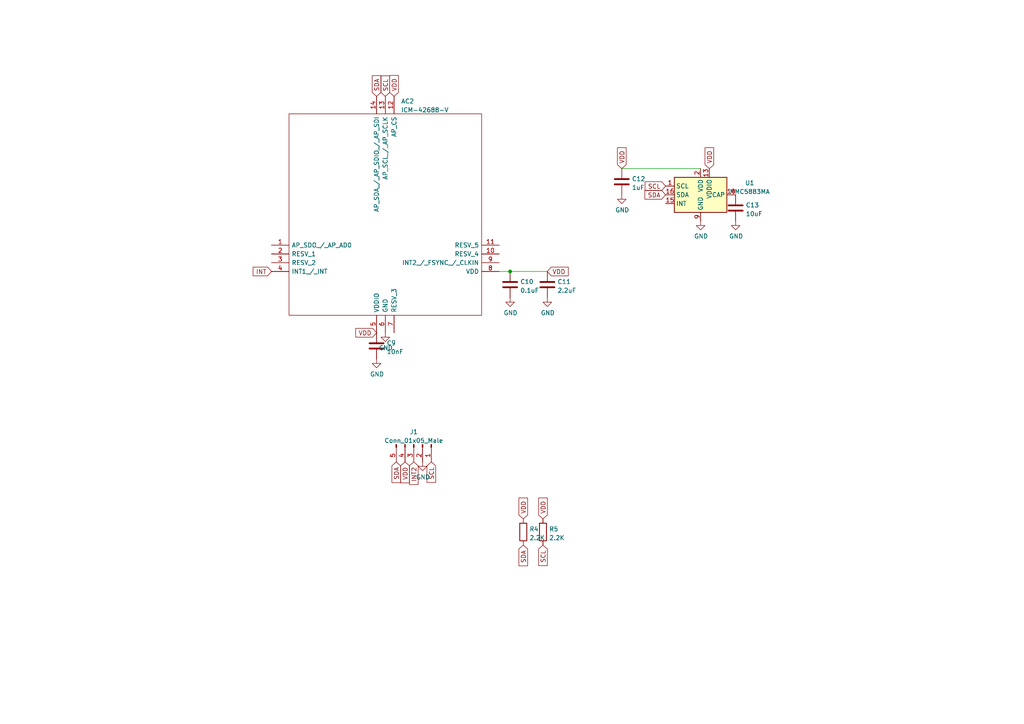
<source format=kicad_sch>
(kicad_sch (version 20211123) (generator eeschema)

  (uuid e63e39d7-6ac0-4ffd-8aa3-1841a4541b55)

  (paper "A4")

  (lib_symbols
    (symbol "Connector:Conn_01x05_Male" (pin_names (offset 1.016) hide) (in_bom yes) (on_board yes)
      (property "Reference" "J" (id 0) (at 0 7.62 0)
        (effects (font (size 1.27 1.27)))
      )
      (property "Value" "Conn_01x05_Male" (id 1) (at 0 -7.62 0)
        (effects (font (size 1.27 1.27)))
      )
      (property "Footprint" "" (id 2) (at 0 0 0)
        (effects (font (size 1.27 1.27)) hide)
      )
      (property "Datasheet" "~" (id 3) (at 0 0 0)
        (effects (font (size 1.27 1.27)) hide)
      )
      (property "ki_keywords" "connector" (id 4) (at 0 0 0)
        (effects (font (size 1.27 1.27)) hide)
      )
      (property "ki_description" "Generic connector, single row, 01x05, script generated (kicad-library-utils/schlib/autogen/connector/)" (id 5) (at 0 0 0)
        (effects (font (size 1.27 1.27)) hide)
      )
      (property "ki_fp_filters" "Connector*:*_1x??_*" (id 6) (at 0 0 0)
        (effects (font (size 1.27 1.27)) hide)
      )
      (symbol "Conn_01x05_Male_1_1"
        (polyline
          (pts
            (xy 1.27 -5.08)
            (xy 0.8636 -5.08)
          )
          (stroke (width 0.1524) (type default) (color 0 0 0 0))
          (fill (type none))
        )
        (polyline
          (pts
            (xy 1.27 -2.54)
            (xy 0.8636 -2.54)
          )
          (stroke (width 0.1524) (type default) (color 0 0 0 0))
          (fill (type none))
        )
        (polyline
          (pts
            (xy 1.27 0)
            (xy 0.8636 0)
          )
          (stroke (width 0.1524) (type default) (color 0 0 0 0))
          (fill (type none))
        )
        (polyline
          (pts
            (xy 1.27 2.54)
            (xy 0.8636 2.54)
          )
          (stroke (width 0.1524) (type default) (color 0 0 0 0))
          (fill (type none))
        )
        (polyline
          (pts
            (xy 1.27 5.08)
            (xy 0.8636 5.08)
          )
          (stroke (width 0.1524) (type default) (color 0 0 0 0))
          (fill (type none))
        )
        (rectangle (start 0.8636 -4.953) (end 0 -5.207)
          (stroke (width 0.1524) (type default) (color 0 0 0 0))
          (fill (type outline))
        )
        (rectangle (start 0.8636 -2.413) (end 0 -2.667)
          (stroke (width 0.1524) (type default) (color 0 0 0 0))
          (fill (type outline))
        )
        (rectangle (start 0.8636 0.127) (end 0 -0.127)
          (stroke (width 0.1524) (type default) (color 0 0 0 0))
          (fill (type outline))
        )
        (rectangle (start 0.8636 2.667) (end 0 2.413)
          (stroke (width 0.1524) (type default) (color 0 0 0 0))
          (fill (type outline))
        )
        (rectangle (start 0.8636 5.207) (end 0 4.953)
          (stroke (width 0.1524) (type default) (color 0 0 0 0))
          (fill (type outline))
        )
        (pin passive line (at 5.08 5.08 180) (length 3.81)
          (name "Pin_1" (effects (font (size 1.27 1.27))))
          (number "1" (effects (font (size 1.27 1.27))))
        )
        (pin passive line (at 5.08 2.54 180) (length 3.81)
          (name "Pin_2" (effects (font (size 1.27 1.27))))
          (number "2" (effects (font (size 1.27 1.27))))
        )
        (pin passive line (at 5.08 0 180) (length 3.81)
          (name "Pin_3" (effects (font (size 1.27 1.27))))
          (number "3" (effects (font (size 1.27 1.27))))
        )
        (pin passive line (at 5.08 -2.54 180) (length 3.81)
          (name "Pin_4" (effects (font (size 1.27 1.27))))
          (number "4" (effects (font (size 1.27 1.27))))
        )
        (pin passive line (at 5.08 -5.08 180) (length 3.81)
          (name "Pin_5" (effects (font (size 1.27 1.27))))
          (number "5" (effects (font (size 1.27 1.27))))
        )
      )
    )
    (symbol "Device:C" (pin_numbers hide) (pin_names (offset 0.254)) (in_bom yes) (on_board yes)
      (property "Reference" "C" (id 0) (at 0.635 2.54 0)
        (effects (font (size 1.27 1.27)) (justify left))
      )
      (property "Value" "C" (id 1) (at 0.635 -2.54 0)
        (effects (font (size 1.27 1.27)) (justify left))
      )
      (property "Footprint" "" (id 2) (at 0.9652 -3.81 0)
        (effects (font (size 1.27 1.27)) hide)
      )
      (property "Datasheet" "~" (id 3) (at 0 0 0)
        (effects (font (size 1.27 1.27)) hide)
      )
      (property "ki_keywords" "cap capacitor" (id 4) (at 0 0 0)
        (effects (font (size 1.27 1.27)) hide)
      )
      (property "ki_description" "Unpolarized capacitor" (id 5) (at 0 0 0)
        (effects (font (size 1.27 1.27)) hide)
      )
      (property "ki_fp_filters" "C_*" (id 6) (at 0 0 0)
        (effects (font (size 1.27 1.27)) hide)
      )
      (symbol "C_0_1"
        (polyline
          (pts
            (xy -2.032 -0.762)
            (xy 2.032 -0.762)
          )
          (stroke (width 0.508) (type default) (color 0 0 0 0))
          (fill (type none))
        )
        (polyline
          (pts
            (xy -2.032 0.762)
            (xy 2.032 0.762)
          )
          (stroke (width 0.508) (type default) (color 0 0 0 0))
          (fill (type none))
        )
      )
      (symbol "C_1_1"
        (pin passive line (at 0 3.81 270) (length 2.794)
          (name "~" (effects (font (size 1.27 1.27))))
          (number "1" (effects (font (size 1.27 1.27))))
        )
        (pin passive line (at 0 -3.81 90) (length 2.794)
          (name "~" (effects (font (size 1.27 1.27))))
          (number "2" (effects (font (size 1.27 1.27))))
        )
      )
    )
    (symbol "Device:R" (pin_numbers hide) (pin_names (offset 0)) (in_bom yes) (on_board yes)
      (property "Reference" "R" (id 0) (at 2.032 0 90)
        (effects (font (size 1.27 1.27)))
      )
      (property "Value" "R" (id 1) (at 0 0 90)
        (effects (font (size 1.27 1.27)))
      )
      (property "Footprint" "" (id 2) (at -1.778 0 90)
        (effects (font (size 1.27 1.27)) hide)
      )
      (property "Datasheet" "~" (id 3) (at 0 0 0)
        (effects (font (size 1.27 1.27)) hide)
      )
      (property "ki_keywords" "R res resistor" (id 4) (at 0 0 0)
        (effects (font (size 1.27 1.27)) hide)
      )
      (property "ki_description" "Resistor" (id 5) (at 0 0 0)
        (effects (font (size 1.27 1.27)) hide)
      )
      (property "ki_fp_filters" "R_*" (id 6) (at 0 0 0)
        (effects (font (size 1.27 1.27)) hide)
      )
      (symbol "R_0_1"
        (rectangle (start -1.016 -2.54) (end 1.016 2.54)
          (stroke (width 0.254) (type default) (color 0 0 0 0))
          (fill (type none))
        )
      )
      (symbol "R_1_1"
        (pin passive line (at 0 3.81 270) (length 1.27)
          (name "~" (effects (font (size 1.27 1.27))))
          (number "1" (effects (font (size 1.27 1.27))))
        )
        (pin passive line (at 0 -3.81 90) (length 1.27)
          (name "~" (effects (font (size 1.27 1.27))))
          (number "2" (effects (font (size 1.27 1.27))))
        )
      )
    )
    (symbol "SamacSys_Parts:ICM-42688-V" (pin_names (offset 0.762)) (in_bom yes) (on_board yes)
      (property "Reference" "AC" (id 0) (at 62.23 43.18 0)
        (effects (font (size 1.27 1.27)) (justify left))
      )
      (property "Value" "ICM-42688-V" (id 1) (at 62.23 40.64 0)
        (effects (font (size 1.27 1.27)) (justify left))
      )
      (property "Footprint" "IIM42352" (id 2) (at 62.23 38.1 0)
        (effects (font (size 1.27 1.27)) (justify left) hide)
      )
      (property "Datasheet" "https://3cfeqx1hf82y3xcoull08ihx-wpengine.netdna-ssl.com/wp-content/uploads/2021/04/DS-000439-ICM-42688-V-v1.1.pdf" (id 3) (at 62.23 35.56 0)
        (effects (font (size 1.27 1.27)) (justify left) hide)
      )
      (property "Description" "High Precision 6-Axis MEMS MotionTracking? Device with Advanced Sensor Fusion Library" (id 4) (at 62.23 33.02 0)
        (effects (font (size 1.27 1.27)) (justify left) hide)
      )
      (property "Height" "" (id 5) (at 62.23 30.48 0)
        (effects (font (size 1.27 1.27)) (justify left) hide)
      )
      (property "Mouser Part Number" "410-ICM-42688-V" (id 6) (at 62.23 27.94 0)
        (effects (font (size 1.27 1.27)) (justify left) hide)
      )
      (property "Mouser Price/Stock" "https://www.mouser.co.uk/ProductDetail/TDK-InvenSense/ICM-42688-V?qs=iLbezkQI%252Bsj8X%2F1CCh43jQ%3D%3D" (id 7) (at 62.23 25.4 0)
        (effects (font (size 1.27 1.27)) (justify left) hide)
      )
      (property "Manufacturer_Name" "TDK" (id 8) (at 62.23 22.86 0)
        (effects (font (size 1.27 1.27)) (justify left) hide)
      )
      (property "Manufacturer_Part_Number" "ICM-42688-V" (id 9) (at 62.23 20.32 0)
        (effects (font (size 1.27 1.27)) (justify left) hide)
      )
      (property "ki_description" "High Precision 6-Axis MEMS MotionTracking? Device with Advanced Sensor Fusion Library" (id 10) (at 0 0 0)
        (effects (font (size 1.27 1.27)) hide)
      )
      (symbol "ICM-42688-V_0_0"
        (pin passive line (at 0 0 0) (length 5.08)
          (name "AP_SDO_/_AP_AD0" (effects (font (size 1.27 1.27))))
          (number "1" (effects (font (size 1.27 1.27))))
        )
        (pin passive line (at 66.04 -2.54 180) (length 5.08)
          (name "RESV_4" (effects (font (size 1.27 1.27))))
          (number "10" (effects (font (size 1.27 1.27))))
        )
        (pin passive line (at 66.04 0 180) (length 5.08)
          (name "RESV_5" (effects (font (size 1.27 1.27))))
          (number "11" (effects (font (size 1.27 1.27))))
        )
        (pin passive line (at 35.56 43.18 270) (length 5.08)
          (name "AP_CS" (effects (font (size 1.27 1.27))))
          (number "12" (effects (font (size 1.27 1.27))))
        )
        (pin passive line (at 33.02 43.18 270) (length 5.08)
          (name "AP_SCL_/_AP_SCLK" (effects (font (size 1.27 1.27))))
          (number "13" (effects (font (size 1.27 1.27))))
        )
        (pin passive line (at 30.48 43.18 270) (length 5.08)
          (name "AP_SDA_/_AP_SDIO_/_AP_SDI" (effects (font (size 1.27 1.27))))
          (number "14" (effects (font (size 1.27 1.27))))
        )
        (pin passive line (at 0 -2.54 0) (length 5.08)
          (name "RESV_1" (effects (font (size 1.27 1.27))))
          (number "2" (effects (font (size 1.27 1.27))))
        )
        (pin passive line (at 0 -5.08 0) (length 5.08)
          (name "RESV_2" (effects (font (size 1.27 1.27))))
          (number "3" (effects (font (size 1.27 1.27))))
        )
        (pin passive line (at 0 -7.62 0) (length 5.08)
          (name "INT1_/_INT" (effects (font (size 1.27 1.27))))
          (number "4" (effects (font (size 1.27 1.27))))
        )
        (pin passive line (at 30.48 -25.4 90) (length 5.08)
          (name "VDDIO" (effects (font (size 1.27 1.27))))
          (number "5" (effects (font (size 1.27 1.27))))
        )
        (pin passive line (at 33.02 -25.4 90) (length 5.08)
          (name "GND" (effects (font (size 1.27 1.27))))
          (number "6" (effects (font (size 1.27 1.27))))
        )
        (pin passive line (at 35.56 -25.4 90) (length 5.08)
          (name "RESV_3" (effects (font (size 1.27 1.27))))
          (number "7" (effects (font (size 1.27 1.27))))
        )
        (pin passive line (at 66.04 -7.62 180) (length 5.08)
          (name "VDD" (effects (font (size 1.27 1.27))))
          (number "8" (effects (font (size 1.27 1.27))))
        )
        (pin passive line (at 66.04 -5.08 180) (length 5.08)
          (name "INT2_/_FSYNC_/_CLKIN" (effects (font (size 1.27 1.27))))
          (number "9" (effects (font (size 1.27 1.27))))
        )
      )
      (symbol "ICM-42688-V_0_1"
        (polyline
          (pts
            (xy 5.08 38.1)
            (xy 60.96 38.1)
            (xy 60.96 -20.32)
            (xy 5.08 -20.32)
            (xy 5.08 38.1)
          )
          (stroke (width 0.1524) (type default) (color 0 0 0 0))
          (fill (type none))
        )
      )
    )
    (symbol "Sensor_Magnetic:MMC5883MA" (in_bom yes) (on_board yes)
      (property "Reference" "U" (id 0) (at -7.62 7.62 0)
        (effects (font (size 1.27 1.27)) (justify left top))
      )
      (property "Value" "MMC5883MA" (id 1) (at 5.08 7.62 0)
        (effects (font (size 1.27 1.27)) (justify left top))
      )
      (property "Footprint" "Package_LGA:LGA-16_3x3mm_P0.5mm" (id 2) (at 0 -17.78 0)
        (effects (font (size 1.27 1.27)) hide)
      )
      (property "Datasheet" "http://www.memsic.com/userfiles/files/DataSheets/Magnetic-Sensors-Datasheets/MMC5883MA-RevC.pdf" (id 3) (at -2.54 0 0)
        (effects (font (size 1.27 1.27)) hide)
      )
      (property "ki_keywords" "I2C magnetic 3-axis sensor" (id 4) (at 0 0 0)
        (effects (font (size 1.27 1.27)) hide)
      )
      (property "ki_description" "3-axis Magnetic Sensor, I2C Interface, LGA-16" (id 5) (at 0 0 0)
        (effects (font (size 1.27 1.27)) hide)
      )
      (property "ki_fp_filters" "*LGA*3x3mm*P0.5mm*" (id 6) (at 0 0 0)
        (effects (font (size 1.27 1.27)) hide)
      )
      (symbol "MMC5883MA_0_1"
        (rectangle (start -7.62 -5.08) (end 7.62 5.08)
          (stroke (width 0.254) (type default) (color 0 0 0 0))
          (fill (type background))
        )
      )
      (symbol "MMC5883MA_1_1"
        (pin input line (at -10.16 2.54 0) (length 2.54)
          (name "SCL" (effects (font (size 1.27 1.27))))
          (number "1" (effects (font (size 1.27 1.27))))
        )
        (pin passive line (at 10.16 0 180) (length 2.54)
          (name "CAP" (effects (font (size 1.27 1.27))))
          (number "10" (effects (font (size 1.27 1.27))))
        )
        (pin passive line (at 0 -7.62 90) (length 2.54) hide
          (name "GND" (effects (font (size 1.27 1.27))))
          (number "11" (effects (font (size 1.27 1.27))))
        )
        (pin no_connect line (at 5.08 -5.08 90) (length 2.54) hide
          (name "NC" (effects (font (size 1.27 1.27))))
          (number "12" (effects (font (size 1.27 1.27))))
        )
        (pin power_in line (at 2.54 7.62 270) (length 2.54)
          (name "VDDIO" (effects (font (size 1.27 1.27))))
          (number "13" (effects (font (size 1.27 1.27))))
        )
        (pin no_connect line (at -2.54 -5.08 90) (length 2.54) hide
          (name "NC" (effects (font (size 1.27 1.27))))
          (number "14" (effects (font (size 1.27 1.27))))
        )
        (pin output line (at -10.16 -2.54 0) (length 2.54)
          (name "INT" (effects (font (size 1.27 1.27))))
          (number "15" (effects (font (size 1.27 1.27))))
        )
        (pin bidirectional line (at -10.16 0 0) (length 2.54)
          (name "SDA" (effects (font (size 1.27 1.27))))
          (number "16" (effects (font (size 1.27 1.27))))
        )
        (pin power_in line (at 0 7.62 270) (length 2.54)
          (name "VDD" (effects (font (size 1.27 1.27))))
          (number "2" (effects (font (size 1.27 1.27))))
        )
        (pin no_connect line (at 7.62 -5.08 180) (length 2.54) hide
          (name "NC" (effects (font (size 1.27 1.27))))
          (number "3" (effects (font (size 1.27 1.27))))
        )
        (pin no_connect line (at 7.62 2.54 180) (length 2.54) hide
          (name "NC" (effects (font (size 1.27 1.27))))
          (number "4" (effects (font (size 1.27 1.27))))
        )
        (pin no_connect line (at 7.62 5.08 180) (length 2.54) hide
          (name "NC" (effects (font (size 1.27 1.27))))
          (number "5" (effects (font (size 1.27 1.27))))
        )
        (pin no_connect line (at 7.62 -2.54 180) (length 2.54) hide
          (name "NC" (effects (font (size 1.27 1.27))))
          (number "6" (effects (font (size 1.27 1.27))))
        )
        (pin no_connect line (at -5.08 -5.08 90) (length 2.54) hide
          (name "NC" (effects (font (size 1.27 1.27))))
          (number "7" (effects (font (size 1.27 1.27))))
        )
        (pin no_connect line (at 2.54 -5.08 90) (length 2.54) hide
          (name "NC" (effects (font (size 1.27 1.27))))
          (number "8" (effects (font (size 1.27 1.27))))
        )
        (pin power_in line (at 0 -7.62 90) (length 2.54)
          (name "GND" (effects (font (size 1.27 1.27))))
          (number "9" (effects (font (size 1.27 1.27))))
        )
      )
    )
    (symbol "power:GND" (power) (pin_names (offset 0)) (in_bom yes) (on_board yes)
      (property "Reference" "#PWR" (id 0) (at 0 -6.35 0)
        (effects (font (size 1.27 1.27)) hide)
      )
      (property "Value" "GND" (id 1) (at 0 -3.81 0)
        (effects (font (size 1.27 1.27)))
      )
      (property "Footprint" "" (id 2) (at 0 0 0)
        (effects (font (size 1.27 1.27)) hide)
      )
      (property "Datasheet" "" (id 3) (at 0 0 0)
        (effects (font (size 1.27 1.27)) hide)
      )
      (property "ki_keywords" "power-flag" (id 4) (at 0 0 0)
        (effects (font (size 1.27 1.27)) hide)
      )
      (property "ki_description" "Power symbol creates a global label with name \"GND\" , ground" (id 5) (at 0 0 0)
        (effects (font (size 1.27 1.27)) hide)
      )
      (symbol "GND_0_1"
        (polyline
          (pts
            (xy 0 0)
            (xy 0 -1.27)
            (xy 1.27 -1.27)
            (xy 0 -2.54)
            (xy -1.27 -1.27)
            (xy 0 -1.27)
          )
          (stroke (width 0) (type default) (color 0 0 0 0))
          (fill (type none))
        )
      )
      (symbol "GND_1_1"
        (pin power_in line (at 0 0 270) (length 0) hide
          (name "GND" (effects (font (size 1.27 1.27))))
          (number "1" (effects (font (size 1.27 1.27))))
        )
      )
    )
  )

  (junction (at 147.955 78.74) (diameter 0) (color 0 0 0 0)
    (uuid 41081520-67e0-49de-be21-675d3fc00984)
  )

  (wire (pts (xy 203.2 48.895) (xy 180.34 48.895))
    (stroke (width 0) (type default) (color 0 0 0 0))
    (uuid 2c8ca48d-a1e4-4785-a838-698f5f543d65)
  )
  (wire (pts (xy 158.75 78.74) (xy 147.955 78.74))
    (stroke (width 0) (type default) (color 0 0 0 0))
    (uuid a714db5d-6649-4ebf-ba62-3c5fde9172b8)
  )
  (wire (pts (xy 144.78 78.74) (xy 147.955 78.74))
    (stroke (width 0) (type default) (color 0 0 0 0))
    (uuid da8f90b6-eef1-43f0-8114-0cc2ff10fdf8)
  )

  (global_label "SDA" (shape input) (at 151.765 158.115 270) (fields_autoplaced)
    (effects (font (size 1.27 1.27)) (justify right))
    (uuid 11c254fa-831e-4844-8d67-66e9b37c122b)
    (property "Intersheet References" "${INTERSHEET_REFS}" (id 0) (at 151.8444 164.0962 90)
      (effects (font (size 1.27 1.27)) (justify right) hide)
    )
  )
  (global_label "SDA" (shape input) (at 193.04 56.515 180) (fields_autoplaced)
    (effects (font (size 1.27 1.27)) (justify right))
    (uuid 1af93a30-e96e-4701-9b61-9eb855ec2dee)
    (property "Intersheet References" "${INTERSHEET_REFS}" (id 0) (at 187.0588 56.5944 0)
      (effects (font (size 1.27 1.27)) (justify right) hide)
    )
  )
  (global_label "SCL" (shape input) (at 125.095 133.985 270) (fields_autoplaced)
    (effects (font (size 1.27 1.27)) (justify right))
    (uuid 3e9f4745-1914-406d-a44d-af42593ee0e6)
    (property "Intersheet References" "${INTERSHEET_REFS}" (id 0) (at 125.1744 139.9057 90)
      (effects (font (size 1.27 1.27)) (justify right) hide)
    )
  )
  (global_label "SDA" (shape input) (at 114.935 133.985 270) (fields_autoplaced)
    (effects (font (size 1.27 1.27)) (justify right))
    (uuid 4124129b-0876-4c71-8f96-a725b4e5c629)
    (property "Intersheet References" "${INTERSHEET_REFS}" (id 0) (at 115.0144 139.9662 90)
      (effects (font (size 1.27 1.27)) (justify right) hide)
    )
  )
  (global_label "VDD" (shape input) (at 157.48 150.495 90) (fields_autoplaced)
    (effects (font (size 1.27 1.27)) (justify left))
    (uuid 5d8df555-2da7-48bd-ac3e-b38106d615bf)
    (property "Intersheet References" "${INTERSHEET_REFS}" (id 0) (at 157.4006 144.4533 90)
      (effects (font (size 1.27 1.27)) (justify left) hide)
    )
  )
  (global_label "VDD" (shape input) (at 117.475 133.985 270) (fields_autoplaced)
    (effects (font (size 1.27 1.27)) (justify right))
    (uuid 5f147dbc-8839-4259-84a6-550f161d5db4)
    (property "Intersheet References" "${INTERSHEET_REFS}" (id 0) (at 117.5544 140.0267 90)
      (effects (font (size 1.27 1.27)) (justify right) hide)
    )
  )
  (global_label "VDD" (shape input) (at 158.75 78.74 0) (fields_autoplaced)
    (effects (font (size 1.27 1.27)) (justify left))
    (uuid 6036cfde-4a14-4fb1-ac7a-6d3abc65af10)
    (property "Intersheet References" "${INTERSHEET_REFS}" (id 0) (at 164.7917 78.6606 0)
      (effects (font (size 1.27 1.27)) (justify left) hide)
    )
  )
  (global_label "SDA" (shape input) (at 109.22 27.94 90) (fields_autoplaced)
    (effects (font (size 1.27 1.27)) (justify left))
    (uuid 65e17ef3-7831-49a4-8b19-eb943a2b4d57)
    (property "Intersheet References" "${INTERSHEET_REFS}" (id 0) (at 109.1406 21.9588 90)
      (effects (font (size 1.27 1.27)) (justify left) hide)
    )
  )
  (global_label "VDD" (shape input) (at 109.22 96.52 180) (fields_autoplaced)
    (effects (font (size 1.27 1.27)) (justify right))
    (uuid 6c149644-9b56-4891-8fa8-70b13e36a56e)
    (property "Intersheet References" "${INTERSHEET_REFS}" (id 0) (at 103.1783 96.5994 0)
      (effects (font (size 1.27 1.27)) (justify right) hide)
    )
  )
  (global_label "VDD" (shape input) (at 114.3 27.94 90) (fields_autoplaced)
    (effects (font (size 1.27 1.27)) (justify left))
    (uuid 7b1970a3-cd02-4c0d-b9c0-94a758a05a14)
    (property "Intersheet References" "${INTERSHEET_REFS}" (id 0) (at 114.2206 21.8983 90)
      (effects (font (size 1.27 1.27)) (justify left) hide)
    )
  )
  (global_label "VDD" (shape input) (at 180.34 48.895 90) (fields_autoplaced)
    (effects (font (size 1.27 1.27)) (justify left))
    (uuid a423a06e-9184-4d10-a635-047da5382dc6)
    (property "Intersheet References" "${INTERSHEET_REFS}" (id 0) (at 180.2606 42.8533 90)
      (effects (font (size 1.27 1.27)) (justify left) hide)
    )
  )
  (global_label "VDD" (shape input) (at 205.74 48.895 90) (fields_autoplaced)
    (effects (font (size 1.27 1.27)) (justify left))
    (uuid a9de91f0-bfe7-47cc-871f-a1169d0c8618)
    (property "Intersheet References" "${INTERSHEET_REFS}" (id 0) (at 205.6606 42.8533 90)
      (effects (font (size 1.27 1.27)) (justify left) hide)
    )
  )
  (global_label "INT" (shape input) (at 78.74 78.74 180) (fields_autoplaced)
    (effects (font (size 1.27 1.27)) (justify right))
    (uuid c31de2e1-3f0e-4a2d-8082-a9a20db46120)
    (property "Intersheet References" "${INTERSHEET_REFS}" (id 0) (at 73.424 78.6606 0)
      (effects (font (size 1.27 1.27)) (justify right) hide)
    )
  )
  (global_label "VDD" (shape input) (at 151.765 150.495 90) (fields_autoplaced)
    (effects (font (size 1.27 1.27)) (justify left))
    (uuid c6d1f3d0-cca1-45f6-816a-22c1e9d22776)
    (property "Intersheet References" "${INTERSHEET_REFS}" (id 0) (at 151.6856 144.4533 90)
      (effects (font (size 1.27 1.27)) (justify left) hide)
    )
  )
  (global_label "SCL" (shape input) (at 111.76 27.94 90) (fields_autoplaced)
    (effects (font (size 1.27 1.27)) (justify left))
    (uuid d3599e18-3479-4d93-8f78-fc9f15acae71)
    (property "Intersheet References" "${INTERSHEET_REFS}" (id 0) (at 111.6806 22.0193 90)
      (effects (font (size 1.27 1.27)) (justify left) hide)
    )
  )
  (global_label "SCL" (shape input) (at 193.04 53.975 180) (fields_autoplaced)
    (effects (font (size 1.27 1.27)) (justify right))
    (uuid e4a92079-85f6-44ad-a811-2498e12a0bfb)
    (property "Intersheet References" "${INTERSHEET_REFS}" (id 0) (at 187.1193 54.0544 0)
      (effects (font (size 1.27 1.27)) (justify right) hide)
    )
  )
  (global_label "SCL" (shape input) (at 157.48 158.115 270) (fields_autoplaced)
    (effects (font (size 1.27 1.27)) (justify right))
    (uuid e7e8315f-5e5b-45b2-9fdc-52e2fbb80a87)
    (property "Intersheet References" "${INTERSHEET_REFS}" (id 0) (at 157.5594 164.0357 90)
      (effects (font (size 1.27 1.27)) (justify right) hide)
    )
  )
  (global_label "INT2" (shape input) (at 120.015 133.985 270) (fields_autoplaced)
    (effects (font (size 1.27 1.27)) (justify right))
    (uuid f63222ce-2c6a-4b60-b441-317ee030bf06)
    (property "Intersheet References" "${INTERSHEET_REFS}" (id 0) (at 119.9356 140.5105 90)
      (effects (font (size 1.27 1.27)) (justify right) hide)
    )
  )

  (symbol (lib_id "power:GND") (at 213.36 64.135 0) (unit 1)
    (in_bom yes) (on_board yes)
    (uuid 18eae03b-d61c-415c-b4d2-a585d179f573)
    (property "Reference" "#PWR0130" (id 0) (at 213.36 70.485 0)
      (effects (font (size 1.27 1.27)) hide)
    )
    (property "Value" "GND" (id 1) (at 213.487 68.5292 0))
    (property "Footprint" "" (id 2) (at 213.36 64.135 0)
      (effects (font (size 1.27 1.27)) hide)
    )
    (property "Datasheet" "" (id 3) (at 213.36 64.135 0)
      (effects (font (size 1.27 1.27)) hide)
    )
    (pin "1" (uuid 80a0c315-f3d8-4303-86dc-8925173c10d6))
  )

  (symbol (lib_id "power:GND") (at 147.955 86.36 0) (unit 1)
    (in_bom yes) (on_board yes)
    (uuid 3101855a-8e6e-40f9-8e57-378c777e272a)
    (property "Reference" "#PWR0131" (id 0) (at 147.955 92.71 0)
      (effects (font (size 1.27 1.27)) hide)
    )
    (property "Value" "GND" (id 1) (at 148.082 90.7542 0))
    (property "Footprint" "" (id 2) (at 147.955 86.36 0)
      (effects (font (size 1.27 1.27)) hide)
    )
    (property "Datasheet" "" (id 3) (at 147.955 86.36 0)
      (effects (font (size 1.27 1.27)) hide)
    )
    (pin "1" (uuid 1c95cacd-6936-48ec-a7c6-aab78eb2eb32))
  )

  (symbol (lib_id "Device:C") (at 147.955 82.55 0) (unit 1)
    (in_bom yes) (on_board yes) (fields_autoplaced)
    (uuid 3fb12ec4-7d62-47f1-ba8f-7989aeba6904)
    (property "Reference" "C10" (id 0) (at 150.876 81.7153 0)
      (effects (font (size 1.27 1.27)) (justify left))
    )
    (property "Value" "0.1uF" (id 1) (at 150.876 84.2522 0)
      (effects (font (size 1.27 1.27)) (justify left))
    )
    (property "Footprint" "Capacitor_SMD:C_0201_0603Metric" (id 2) (at 148.9202 86.36 0)
      (effects (font (size 1.27 1.27)) hide)
    )
    (property "Datasheet" "~" (id 3) (at 147.955 82.55 0)
      (effects (font (size 1.27 1.27)) hide)
    )
    (pin "1" (uuid 32b96d9a-0a5e-42a7-ab3f-5181e8cf124c))
    (pin "2" (uuid 022f0153-6de4-4161-88d2-01a4cb90bd6d))
  )

  (symbol (lib_id "Device:C") (at 109.22 100.33 0) (unit 1)
    (in_bom yes) (on_board yes) (fields_autoplaced)
    (uuid 5e4bcb54-6c58-48ef-9d8e-93cd3ac9bec0)
    (property "Reference" "C9" (id 0) (at 112.141 99.4953 0)
      (effects (font (size 1.27 1.27)) (justify left))
    )
    (property "Value" "10nF" (id 1) (at 112.141 102.0322 0)
      (effects (font (size 1.27 1.27)) (justify left))
    )
    (property "Footprint" "Capacitor_SMD:C_0201_0603Metric" (id 2) (at 110.1852 104.14 0)
      (effects (font (size 1.27 1.27)) hide)
    )
    (property "Datasheet" "~" (id 3) (at 109.22 100.33 0)
      (effects (font (size 1.27 1.27)) hide)
    )
    (pin "1" (uuid dc9996df-e94f-4788-80db-f52297451f2d))
    (pin "2" (uuid c30b5804-f017-43ab-a78d-41b22dabcc72))
  )

  (symbol (lib_id "Device:C") (at 180.34 52.705 0) (unit 1)
    (in_bom yes) (on_board yes) (fields_autoplaced)
    (uuid 64a91164-702e-4351-8b0d-d406fd8fa2c7)
    (property "Reference" "C12" (id 0) (at 183.261 51.8703 0)
      (effects (font (size 1.27 1.27)) (justify left))
    )
    (property "Value" "1uF" (id 1) (at 183.261 54.4072 0)
      (effects (font (size 1.27 1.27)) (justify left))
    )
    (property "Footprint" "Capacitor_SMD:C_0402_1005Metric" (id 2) (at 181.3052 56.515 0)
      (effects (font (size 1.27 1.27)) hide)
    )
    (property "Datasheet" "~" (id 3) (at 180.34 52.705 0)
      (effects (font (size 1.27 1.27)) hide)
    )
    (pin "1" (uuid a14dc353-9f8d-4bb2-98a1-d0ab808a1f55))
    (pin "2" (uuid 8fb7b8a7-34dd-42a0-8b2a-51c69148473b))
  )

  (symbol (lib_id "Device:R") (at 157.48 154.305 0) (unit 1)
    (in_bom yes) (on_board yes) (fields_autoplaced)
    (uuid 77a7bf57-66c7-4891-a2f0-192669ce2b80)
    (property "Reference" "R5" (id 0) (at 159.258 153.4703 0)
      (effects (font (size 1.27 1.27)) (justify left))
    )
    (property "Value" "" (id 1) (at 159.258 156.0072 0)
      (effects (font (size 1.27 1.27)) (justify left))
    )
    (property "Footprint" "Resistor_SMD:R_0201_0603Metric" (id 2) (at 155.702 154.305 90)
      (effects (font (size 1.27 1.27)) hide)
    )
    (property "Datasheet" "~" (id 3) (at 157.48 154.305 0)
      (effects (font (size 1.27 1.27)) hide)
    )
    (pin "1" (uuid f915fbea-2ae9-4ff2-b920-a2fcbc563c6f))
    (pin "2" (uuid dd0aaf3e-ae98-405d-bffd-850c8572d464))
  )

  (symbol (lib_id "Device:C") (at 158.75 82.55 0) (unit 1)
    (in_bom yes) (on_board yes) (fields_autoplaced)
    (uuid 8389107a-3790-487c-a35d-b10b81b2e942)
    (property "Reference" "C11" (id 0) (at 161.671 81.7153 0)
      (effects (font (size 1.27 1.27)) (justify left))
    )
    (property "Value" "2.2uF" (id 1) (at 161.671 84.2522 0)
      (effects (font (size 1.27 1.27)) (justify left))
    )
    (property "Footprint" "Capacitor_SMD:C_0402_1005Metric" (id 2) (at 159.7152 86.36 0)
      (effects (font (size 1.27 1.27)) hide)
    )
    (property "Datasheet" "~" (id 3) (at 158.75 82.55 0)
      (effects (font (size 1.27 1.27)) hide)
    )
    (pin "1" (uuid 303344bc-b9b6-4564-b04e-204eb329241f))
    (pin "2" (uuid 8d839a5a-a84e-4122-84bf-d58e3f67d43e))
  )

  (symbol (lib_id "power:GND") (at 111.76 96.52 0) (unit 1)
    (in_bom yes) (on_board yes)
    (uuid 9918af2e-b523-4467-a39d-a02413cc4aab)
    (property "Reference" "#PWR0134" (id 0) (at 111.76 102.87 0)
      (effects (font (size 1.27 1.27)) hide)
    )
    (property "Value" "GND" (id 1) (at 111.887 100.9142 0))
    (property "Footprint" "" (id 2) (at 111.76 96.52 0)
      (effects (font (size 1.27 1.27)) hide)
    )
    (property "Datasheet" "" (id 3) (at 111.76 96.52 0)
      (effects (font (size 1.27 1.27)) hide)
    )
    (pin "1" (uuid fbc81358-a5b3-4dee-bfdf-0853f089ebf8))
  )

  (symbol (lib_id "power:GND") (at 109.22 104.14 0) (unit 1)
    (in_bom yes) (on_board yes)
    (uuid a5b6ccbd-c793-4497-8945-f002f720b0ca)
    (property "Reference" "#PWR0133" (id 0) (at 109.22 110.49 0)
      (effects (font (size 1.27 1.27)) hide)
    )
    (property "Value" "GND" (id 1) (at 109.347 108.5342 0))
    (property "Footprint" "" (id 2) (at 109.22 104.14 0)
      (effects (font (size 1.27 1.27)) hide)
    )
    (property "Datasheet" "" (id 3) (at 109.22 104.14 0)
      (effects (font (size 1.27 1.27)) hide)
    )
    (pin "1" (uuid 82370be7-519a-448c-aafb-c59ba6aadd10))
  )

  (symbol (lib_id "SamacSys_Parts:ICM-42688-V") (at 78.74 71.12 0) (unit 1)
    (in_bom yes) (on_board yes) (fields_autoplaced)
    (uuid a97a52d6-fe14-4f06-b35e-2dc42532437e)
    (property "Reference" "AC2" (id 0) (at 116.3194 29.371 0)
      (effects (font (size 1.27 1.27)) (justify left))
    )
    (property "Value" "ICM-42688-V" (id 1) (at 116.3194 31.9079 0)
      (effects (font (size 1.27 1.27)) (justify left))
    )
    (property "Footprint" "SamacSys_Parts:IIM42352" (id 2) (at 140.97 33.02 0)
      (effects (font (size 1.27 1.27)) (justify left) hide)
    )
    (property "Datasheet" "https://3cfeqx1hf82y3xcoull08ihx-wpengine.netdna-ssl.com/wp-content/uploads/2021/04/DS-000439-ICM-42688-V-v1.1.pdf" (id 3) (at 140.97 35.56 0)
      (effects (font (size 1.27 1.27)) (justify left) hide)
    )
    (property "Description" "High Precision 6-Axis MEMS MotionTracking? Device with Advanced Sensor Fusion Library" (id 4) (at 140.97 38.1 0)
      (effects (font (size 1.27 1.27)) (justify left) hide)
    )
    (property "Height" "" (id 5) (at 140.97 40.64 0)
      (effects (font (size 1.27 1.27)) (justify left) hide)
    )
    (property "Mouser Part Number" "410-ICM-42688-V" (id 6) (at 140.97 43.18 0)
      (effects (font (size 1.27 1.27)) (justify left) hide)
    )
    (property "Mouser Price/Stock" "https://www.mouser.co.uk/ProductDetail/TDK-InvenSense/ICM-42688-V?qs=iLbezkQI%252Bsj8X%2F1CCh43jQ%3D%3D" (id 7) (at 140.97 45.72 0)
      (effects (font (size 1.27 1.27)) (justify left) hide)
    )
    (property "Manufacturer_Name" "TDK" (id 8) (at 140.97 48.26 0)
      (effects (font (size 1.27 1.27)) (justify left) hide)
    )
    (property "Manufacturer_Part_Number" "ICM-42688-V" (id 9) (at 140.97 50.8 0)
      (effects (font (size 1.27 1.27)) (justify left) hide)
    )
    (pin "1" (uuid 23d0e929-f5a1-4c62-b387-0887d9659f38))
    (pin "10" (uuid cf02db11-2ff8-4f79-b3e9-9802575ab786))
    (pin "11" (uuid 8f577817-ea32-42aa-bedc-809b6d0ffec6))
    (pin "12" (uuid 679e5b0e-a017-43d8-8845-79a886253d82))
    (pin "13" (uuid acee6893-1f8a-43f2-93df-e612d6c0d353))
    (pin "14" (uuid 657bd73d-9c40-4ca8-b3ea-e75927d498b6))
    (pin "2" (uuid 30f27120-8919-4f22-a0e2-49bd0c1104a0))
    (pin "3" (uuid ae121872-4c9f-495f-b631-8204082b9825))
    (pin "4" (uuid 126f84ae-523c-4569-b046-7ee124f46a5a))
    (pin "5" (uuid 7d4fcb23-c914-48df-941d-94cf5f1f85b5))
    (pin "6" (uuid 4f69bb40-cbf2-45c5-8c23-3e0667e1f6c1))
    (pin "7" (uuid 2480dd87-1dff-4a50-81a2-52ef161ac45c))
    (pin "8" (uuid 61b6f2c4-b226-47d6-bbd8-9d67fcaf35c3))
    (pin "9" (uuid ed74c2b7-a3ac-4886-84f5-377b5e1bbbfc))
  )

  (symbol (lib_id "power:GND") (at 180.34 56.515 0) (unit 1)
    (in_bom yes) (on_board yes)
    (uuid ae82e686-cea7-4a87-afbf-366ca82aa406)
    (property "Reference" "#PWR0135" (id 0) (at 180.34 62.865 0)
      (effects (font (size 1.27 1.27)) hide)
    )
    (property "Value" "GND" (id 1) (at 180.467 60.9092 0))
    (property "Footprint" "" (id 2) (at 180.34 56.515 0)
      (effects (font (size 1.27 1.27)) hide)
    )
    (property "Datasheet" "" (id 3) (at 180.34 56.515 0)
      (effects (font (size 1.27 1.27)) hide)
    )
    (pin "1" (uuid 7667a8ba-7ec4-4c69-b9a2-51f0459ff192))
  )

  (symbol (lib_id "Device:C") (at 213.36 60.325 0) (unit 1)
    (in_bom yes) (on_board yes) (fields_autoplaced)
    (uuid b035374f-1a0b-45b9-a281-2ea2a5d3e5aa)
    (property "Reference" "C13" (id 0) (at 216.281 59.4903 0)
      (effects (font (size 1.27 1.27)) (justify left))
    )
    (property "Value" "10uF" (id 1) (at 216.281 62.0272 0)
      (effects (font (size 1.27 1.27)) (justify left))
    )
    (property "Footprint" "Capacitor_SMD:C_0603_1608Metric" (id 2) (at 214.3252 64.135 0)
      (effects (font (size 1.27 1.27)) hide)
    )
    (property "Datasheet" "~" (id 3) (at 213.36 60.325 0)
      (effects (font (size 1.27 1.27)) hide)
    )
    (pin "1" (uuid 2f32bd10-631a-4d6d-b06d-735b8cc72b33))
    (pin "2" (uuid 76a618e2-fc81-4f7f-82dd-64f64c6619d0))
  )

  (symbol (lib_id "power:GND") (at 158.75 86.36 0) (unit 1)
    (in_bom yes) (on_board yes)
    (uuid b3c7c954-3903-4069-b822-3d32f265e18f)
    (property "Reference" "#PWR0132" (id 0) (at 158.75 92.71 0)
      (effects (font (size 1.27 1.27)) hide)
    )
    (property "Value" "GND" (id 1) (at 158.877 90.7542 0))
    (property "Footprint" "" (id 2) (at 158.75 86.36 0)
      (effects (font (size 1.27 1.27)) hide)
    )
    (property "Datasheet" "" (id 3) (at 158.75 86.36 0)
      (effects (font (size 1.27 1.27)) hide)
    )
    (pin "1" (uuid d2e48b1b-1bec-487f-b5a2-da88b9acad14))
  )

  (symbol (lib_id "Device:R") (at 151.765 154.305 0) (unit 1)
    (in_bom yes) (on_board yes) (fields_autoplaced)
    (uuid bf5e705b-8c8f-4447-b408-e0048d234a5c)
    (property "Reference" "R4" (id 0) (at 153.543 153.4703 0)
      (effects (font (size 1.27 1.27)) (justify left))
    )
    (property "Value" "" (id 1) (at 153.543 156.0072 0)
      (effects (font (size 1.27 1.27)) (justify left))
    )
    (property "Footprint" "Resistor_SMD:R_0201_0603Metric" (id 2) (at 149.987 154.305 90)
      (effects (font (size 1.27 1.27)) hide)
    )
    (property "Datasheet" "~" (id 3) (at 151.765 154.305 0)
      (effects (font (size 1.27 1.27)) hide)
    )
    (pin "1" (uuid dcf8e662-8028-4ab4-8de9-c0fe1e6f1630))
    (pin "2" (uuid cfdb0381-dfb1-4f6e-9393-8dd8bda8cfea))
  )

  (symbol (lib_id "Sensor_Magnetic:MMC5883MA") (at 203.2 56.515 0) (unit 1)
    (in_bom yes) (on_board yes) (fields_autoplaced)
    (uuid c95246c9-d5b7-4a1a-acdf-abbfffd5ef88)
    (property "Reference" "U1" (id 0) (at 217.4369 53.0566 0))
    (property "Value" "MMC5883MA" (id 1) (at 217.4369 55.5935 0))
    (property "Footprint" "Package_LGA:LGA-16_3x3mm_P0.5mm" (id 2) (at 203.2 74.295 0)
      (effects (font (size 1.27 1.27)) hide)
    )
    (property "Datasheet" "http://www.memsic.com/userfiles/files/DataSheets/Magnetic-Sensors-Datasheets/MMC5883MA-RevC.pdf" (id 3) (at 200.66 56.515 0)
      (effects (font (size 1.27 1.27)) hide)
    )
    (pin "1" (uuid 02eeeaf0-02f1-49a3-b288-95e452374a4f))
    (pin "10" (uuid bcfbf0fc-e1d4-4713-9434-d5f3b1b90b7a))
    (pin "11" (uuid 4206ccdf-4d5e-4a49-85ca-882972e6150d))
    (pin "12" (uuid 365f8d25-a297-4f89-a07e-59a6a6975ec7))
    (pin "13" (uuid 7d1243ca-b23d-40f1-a05b-8212e796f3b7))
    (pin "14" (uuid 65d3983e-1c45-41bc-a3b4-bd022070289f))
    (pin "15" (uuid 76d5873b-ee9f-4286-852b-3e416f5e58d4))
    (pin "16" (uuid 792685e9-fe40-4fbf-a788-175ee65815ee))
    (pin "2" (uuid 1699bc09-f09e-4839-81f2-9ca65ce464d7))
    (pin "3" (uuid 206bfdd0-417d-49a5-beaa-7015cee73d7c))
    (pin "4" (uuid 186cf002-bafb-4518-a4f7-985d13883de2))
    (pin "5" (uuid eefeaa69-a5fe-42d9-8e5a-806a1b488e12))
    (pin "6" (uuid 6bcf9f76-ef05-4af0-a533-4c772475fd58))
    (pin "7" (uuid 0e1e548c-ec74-46cb-aa6e-5e8839149d3f))
    (pin "8" (uuid a623f881-bf21-4f21-bf99-f5c7db3a5968))
    (pin "9" (uuid e1273b4a-44d2-4a5c-a7b0-ed8c64acacc2))
  )

  (symbol (lib_id "power:GND") (at 122.555 133.985 0) (unit 1)
    (in_bom yes) (on_board yes)
    (uuid e8743a2a-90b5-4dff-bf20-6eb4544d0cb0)
    (property "Reference" "#PWR0126" (id 0) (at 122.555 140.335 0)
      (effects (font (size 1.27 1.27)) hide)
    )
    (property "Value" "GND" (id 1) (at 122.682 138.3792 0))
    (property "Footprint" "" (id 2) (at 122.555 133.985 0)
      (effects (font (size 1.27 1.27)) hide)
    )
    (property "Datasheet" "" (id 3) (at 122.555 133.985 0)
      (effects (font (size 1.27 1.27)) hide)
    )
    (pin "1" (uuid 2a287be7-11fa-4895-999c-6c7a2ba05947))
  )

  (symbol (lib_id "power:GND") (at 203.2 64.135 0) (unit 1)
    (in_bom yes) (on_board yes)
    (uuid ee91212b-da05-416f-8195-3bcac4faeb4d)
    (property "Reference" "#PWR0129" (id 0) (at 203.2 70.485 0)
      (effects (font (size 1.27 1.27)) hide)
    )
    (property "Value" "GND" (id 1) (at 203.327 68.5292 0))
    (property "Footprint" "" (id 2) (at 203.2 64.135 0)
      (effects (font (size 1.27 1.27)) hide)
    )
    (property "Datasheet" "" (id 3) (at 203.2 64.135 0)
      (effects (font (size 1.27 1.27)) hide)
    )
    (pin "1" (uuid edac4fde-d561-4ee9-88ed-ac2ce109870b))
  )

  (symbol (lib_id "Connector:Conn_01x05_Male") (at 120.015 128.905 270) (unit 1)
    (in_bom yes) (on_board yes) (fields_autoplaced)
    (uuid f3344bad-768f-4031-b296-63d7840125e5)
    (property "Reference" "J1" (id 0) (at 120.015 125.256 90))
    (property "Value" "Conn_01x05_Male" (id 1) (at 120.015 127.7929 90))
    (property "Footprint" "Connector_PinHeader_1.00mm:PinHeader_1x05_P1.00mm_Horizontal" (id 2) (at 120.015 128.905 0)
      (effects (font (size 1.27 1.27)) hide)
    )
    (property "Datasheet" "~" (id 3) (at 120.015 128.905 0)
      (effects (font (size 1.27 1.27)) hide)
    )
    (pin "1" (uuid af541b7f-47e2-4338-86d3-64a72b5b7aba))
    (pin "2" (uuid f8db0788-75ad-42bb-8a8f-72f43869f52c))
    (pin "3" (uuid 1ea221b6-b18b-4925-93b3-4fd978d05d5e))
    (pin "4" (uuid ff25ee76-0924-4ed2-9f82-f8d41e8f6380))
    (pin "5" (uuid 2541528d-3501-47c3-943c-145d30386a30))
  )

  (sheet_instances
    (path "/" (page "1"))
  )

  (symbol_instances
    (path "/e8743a2a-90b5-4dff-bf20-6eb4544d0cb0"
      (reference "#PWR0126") (unit 1) (value "GND") (footprint "")
    )
    (path "/ee91212b-da05-416f-8195-3bcac4faeb4d"
      (reference "#PWR0129") (unit 1) (value "GND") (footprint "")
    )
    (path "/18eae03b-d61c-415c-b4d2-a585d179f573"
      (reference "#PWR0130") (unit 1) (value "GND") (footprint "")
    )
    (path "/3101855a-8e6e-40f9-8e57-378c777e272a"
      (reference "#PWR0131") (unit 1) (value "GND") (footprint "")
    )
    (path "/b3c7c954-3903-4069-b822-3d32f265e18f"
      (reference "#PWR0132") (unit 1) (value "GND") (footprint "")
    )
    (path "/a5b6ccbd-c793-4497-8945-f002f720b0ca"
      (reference "#PWR0133") (unit 1) (value "GND") (footprint "")
    )
    (path "/9918af2e-b523-4467-a39d-a02413cc4aab"
      (reference "#PWR0134") (unit 1) (value "GND") (footprint "")
    )
    (path "/ae82e686-cea7-4a87-afbf-366ca82aa406"
      (reference "#PWR0135") (unit 1) (value "GND") (footprint "")
    )
    (path "/a97a52d6-fe14-4f06-b35e-2dc42532437e"
      (reference "AC2") (unit 1) (value "ICM-42688-V") (footprint "SamacSys_Parts:IIM42352")
    )
    (path "/5e4bcb54-6c58-48ef-9d8e-93cd3ac9bec0"
      (reference "C9") (unit 1) (value "10nF") (footprint "Capacitor_SMD:C_0201_0603Metric")
    )
    (path "/3fb12ec4-7d62-47f1-ba8f-7989aeba6904"
      (reference "C10") (unit 1) (value "0.1uF") (footprint "Capacitor_SMD:C_0201_0603Metric")
    )
    (path "/8389107a-3790-487c-a35d-b10b81b2e942"
      (reference "C11") (unit 1) (value "2.2uF") (footprint "Capacitor_SMD:C_0402_1005Metric")
    )
    (path "/64a91164-702e-4351-8b0d-d406fd8fa2c7"
      (reference "C12") (unit 1) (value "1uF") (footprint "Capacitor_SMD:C_0402_1005Metric")
    )
    (path "/b035374f-1a0b-45b9-a281-2ea2a5d3e5aa"
      (reference "C13") (unit 1) (value "10uF") (footprint "Capacitor_SMD:C_0603_1608Metric")
    )
    (path "/f3344bad-768f-4031-b296-63d7840125e5"
      (reference "J1") (unit 1) (value "Conn_01x05_Male") (footprint "Connector_PinHeader_1.00mm:PinHeader_1x05_P1.00mm_Horizontal")
    )
    (path "/bf5e705b-8c8f-4447-b408-e0048d234a5c"
      (reference "R4") (unit 1) (value "2.2K") (footprint "Resistor_SMD:R_0201_0603Metric")
    )
    (path "/77a7bf57-66c7-4891-a2f0-192669ce2b80"
      (reference "R5") (unit 1) (value "2.2K") (footprint "Resistor_SMD:R_0201_0603Metric")
    )
    (path "/c95246c9-d5b7-4a1a-acdf-abbfffd5ef88"
      (reference "U1") (unit 1) (value "MMC5883MA") (footprint "Package_LGA:LGA-16_3x3mm_P0.5mm")
    )
  )
)

</source>
